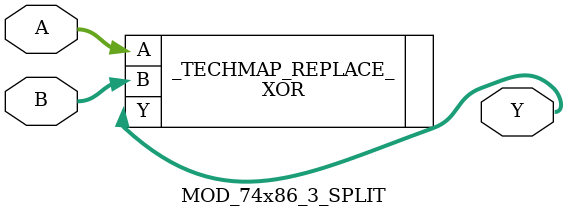
<source format=v>
module MOD_74x86_3 (A, B, Y);

parameter A_SIGNED = 0;
parameter B_SIGNED = 0;
parameter A_WIDTH = 0;
parameter B_WIDTH = 0;
parameter Y_WIDTH = 0;

input [2:0] A;
input [2:0] B;
output [2:0] Y;

XOR _TECHMAP_REPLACE_(.A(A), .B(B), .Y(Y));

endmodule

module MOD_74x86_3_SPLIT (A, B, Y);

parameter A_SIGNED = 0;
parameter B_SIGNED = 0;
parameter A_WIDTH = 0;
parameter B_WIDTH = 0;
parameter Y_WIDTH = 0;

input [2:0] A;
input [2:0] B;
output [2:0] Y;


XOR _TECHMAP_REPLACE_(.A(A), .B(B), .Y(Y));

endmodule
</source>
